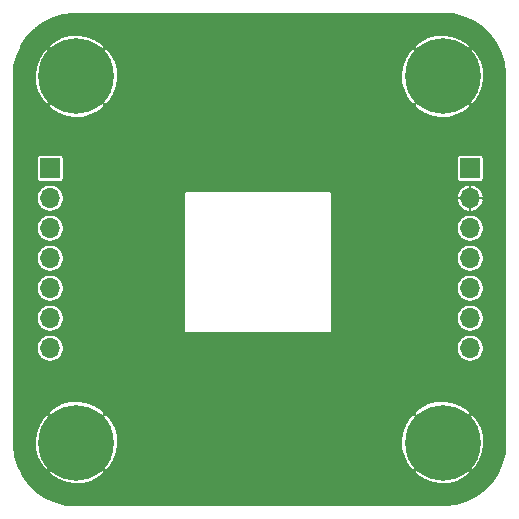
<source format=gbr>
%TF.GenerationSoftware,KiCad,Pcbnew,(5.1.10)-1*%
%TF.CreationDate,2021-11-06T00:44:08+01:00*%
%TF.ProjectId,AS5047D_breakout,41533530-3437-4445-9f62-7265616b6f75,rev?*%
%TF.SameCoordinates,Original*%
%TF.FileFunction,Copper,L2,Bot*%
%TF.FilePolarity,Positive*%
%FSLAX46Y46*%
G04 Gerber Fmt 4.6, Leading zero omitted, Abs format (unit mm)*
G04 Created by KiCad (PCBNEW (5.1.10)-1) date 2021-11-06 00:44:08*
%MOMM*%
%LPD*%
G01*
G04 APERTURE LIST*
%TA.AperFunction,ComponentPad*%
%ADD10O,1.700000X1.700000*%
%TD*%
%TA.AperFunction,ComponentPad*%
%ADD11R,1.700000X1.700000*%
%TD*%
%TA.AperFunction,ComponentPad*%
%ADD12C,6.400000*%
%TD*%
%TA.AperFunction,Conductor*%
%ADD13C,0.200000*%
%TD*%
%TA.AperFunction,Conductor*%
%ADD14C,0.100000*%
%TD*%
G04 APERTURE END LIST*
D10*
%TO.P,J2,7*%
%TO.N,/W_PWM*%
X259080000Y-115570000D03*
%TO.P,J2,6*%
%TO.N,/V*%
X259080000Y-113030000D03*
%TO.P,J2,5*%
%TO.N,/U*%
X259080000Y-110490000D03*
%TO.P,J2,4*%
%TO.N,VCC*%
X259080000Y-107950000D03*
%TO.P,J2,3*%
%TO.N,/VDD3V3*%
X259080000Y-105410000D03*
%TO.P,J2,2*%
%TO.N,GND*%
X259080000Y-102870000D03*
D11*
%TO.P,J2,1*%
%TO.N,/I_PWM*%
X259080000Y-100330000D03*
%TD*%
D10*
%TO.P,J1,7*%
%TO.N,/A*%
X223520000Y-115570000D03*
%TO.P,J1,6*%
%TO.N,/B*%
X223520000Y-113030000D03*
%TO.P,J1,5*%
%TO.N,/TST*%
X223520000Y-110490000D03*
%TO.P,J1,4*%
%TO.N,/MOSI*%
X223520000Y-107950000D03*
%TO.P,J1,3*%
%TO.N,/MISO*%
X223520000Y-105410000D03*
%TO.P,J1,2*%
%TO.N,/CLK*%
X223520000Y-102870000D03*
D11*
%TO.P,J1,1*%
%TO.N,/NCS*%
X223520000Y-100330000D03*
%TD*%
D12*
%TO.P,H4,1*%
%TO.N,GND*%
X225750000Y-123550000D03*
%TD*%
%TO.P,H3,1*%
%TO.N,GND*%
X225750000Y-92550000D03*
%TD*%
%TO.P,H2,1*%
%TO.N,GND*%
X256750000Y-123550000D03*
%TD*%
%TO.P,H1,1*%
%TO.N,GND*%
X256750000Y-92550000D03*
%TD*%
D13*
%TO.N,GND*%
X257647007Y-87302279D02*
X258518368Y-87528441D01*
X259339171Y-87898185D01*
X260085933Y-88400935D01*
X260737316Y-89022324D01*
X261274685Y-89744574D01*
X261682682Y-90547043D01*
X261949640Y-91406790D01*
X262069233Y-92309097D01*
X262075000Y-92553838D01*
X262075001Y-123536228D01*
X261997721Y-124447005D01*
X261771559Y-125318370D01*
X261401815Y-126139171D01*
X260899065Y-126885933D01*
X260277680Y-127537313D01*
X259555426Y-128074685D01*
X258752952Y-128482685D01*
X257893210Y-128749640D01*
X256990904Y-128869233D01*
X256746162Y-128875000D01*
X225763760Y-128875000D01*
X224852995Y-128797721D01*
X223981630Y-128571559D01*
X223160829Y-128201815D01*
X222414067Y-127699065D01*
X221762687Y-127077680D01*
X221225315Y-126355426D01*
X221040888Y-125992686D01*
X223314386Y-125992686D01*
X223680939Y-126406325D01*
X224277937Y-126755096D01*
X224931505Y-126980696D01*
X225616527Y-127074457D01*
X226306679Y-127032775D01*
X226975438Y-126857251D01*
X227597104Y-126554632D01*
X227819061Y-126406325D01*
X228185614Y-125992686D01*
X254314386Y-125992686D01*
X254680939Y-126406325D01*
X255277937Y-126755096D01*
X255931505Y-126980696D01*
X256616527Y-127074457D01*
X257306679Y-127032775D01*
X257975438Y-126857251D01*
X258597104Y-126554632D01*
X258819061Y-126406325D01*
X259185614Y-125992686D01*
X256750000Y-123557071D01*
X254314386Y-125992686D01*
X228185614Y-125992686D01*
X225750000Y-123557071D01*
X223314386Y-125992686D01*
X221040888Y-125992686D01*
X220817315Y-125552952D01*
X220550360Y-124693210D01*
X220430767Y-123790904D01*
X220425000Y-123546162D01*
X220425000Y-123416527D01*
X222225543Y-123416527D01*
X222267225Y-124106679D01*
X222442749Y-124775438D01*
X222745368Y-125397104D01*
X222893675Y-125619061D01*
X223307314Y-125985614D01*
X225742929Y-123550000D01*
X225757071Y-123550000D01*
X228192686Y-125985614D01*
X228606325Y-125619061D01*
X228955096Y-125022063D01*
X229180696Y-124368495D01*
X229274457Y-123683473D01*
X229258335Y-123416527D01*
X253225543Y-123416527D01*
X253267225Y-124106679D01*
X253442749Y-124775438D01*
X253745368Y-125397104D01*
X253893675Y-125619061D01*
X254307314Y-125985614D01*
X256742929Y-123550000D01*
X256757071Y-123550000D01*
X259192686Y-125985614D01*
X259606325Y-125619061D01*
X259955096Y-125022063D01*
X260180696Y-124368495D01*
X260274457Y-123683473D01*
X260232775Y-122993321D01*
X260057251Y-122324562D01*
X259754632Y-121702896D01*
X259606325Y-121480939D01*
X259192686Y-121114386D01*
X256757071Y-123550000D01*
X256742929Y-123550000D01*
X254307314Y-121114386D01*
X253893675Y-121480939D01*
X253544904Y-122077937D01*
X253319304Y-122731505D01*
X253225543Y-123416527D01*
X229258335Y-123416527D01*
X229232775Y-122993321D01*
X229057251Y-122324562D01*
X228754632Y-121702896D01*
X228606325Y-121480939D01*
X228192686Y-121114386D01*
X225757071Y-123550000D01*
X225742929Y-123550000D01*
X223307314Y-121114386D01*
X222893675Y-121480939D01*
X222544904Y-122077937D01*
X222319304Y-122731505D01*
X222225543Y-123416527D01*
X220425000Y-123416527D01*
X220425000Y-121107314D01*
X223314386Y-121107314D01*
X225750000Y-123542929D01*
X228185614Y-121107314D01*
X254314386Y-121107314D01*
X256750000Y-123542929D01*
X259185614Y-121107314D01*
X258819061Y-120693675D01*
X258222063Y-120344904D01*
X257568495Y-120119304D01*
X256883473Y-120025543D01*
X256193321Y-120067225D01*
X255524562Y-120242749D01*
X254902896Y-120545368D01*
X254680939Y-120693675D01*
X254314386Y-121107314D01*
X228185614Y-121107314D01*
X227819061Y-120693675D01*
X227222063Y-120344904D01*
X226568495Y-120119304D01*
X225883473Y-120025543D01*
X225193321Y-120067225D01*
X224524562Y-120242749D01*
X223902896Y-120545368D01*
X223680939Y-120693675D01*
X223314386Y-121107314D01*
X220425000Y-121107314D01*
X220425000Y-115456735D01*
X222370000Y-115456735D01*
X222370000Y-115683265D01*
X222414194Y-115905443D01*
X222500884Y-116114729D01*
X222626737Y-116303082D01*
X222786918Y-116463263D01*
X222975271Y-116589116D01*
X223184557Y-116675806D01*
X223406735Y-116720000D01*
X223633265Y-116720000D01*
X223855443Y-116675806D01*
X224064729Y-116589116D01*
X224253082Y-116463263D01*
X224413263Y-116303082D01*
X224539116Y-116114729D01*
X224625806Y-115905443D01*
X224670000Y-115683265D01*
X224670000Y-115456735D01*
X257930000Y-115456735D01*
X257930000Y-115683265D01*
X257974194Y-115905443D01*
X258060884Y-116114729D01*
X258186737Y-116303082D01*
X258346918Y-116463263D01*
X258535271Y-116589116D01*
X258744557Y-116675806D01*
X258966735Y-116720000D01*
X259193265Y-116720000D01*
X259415443Y-116675806D01*
X259624729Y-116589116D01*
X259813082Y-116463263D01*
X259973263Y-116303082D01*
X260099116Y-116114729D01*
X260185806Y-115905443D01*
X260230000Y-115683265D01*
X260230000Y-115456735D01*
X260185806Y-115234557D01*
X260099116Y-115025271D01*
X259973263Y-114836918D01*
X259813082Y-114676737D01*
X259624729Y-114550884D01*
X259415443Y-114464194D01*
X259193265Y-114420000D01*
X258966735Y-114420000D01*
X258744557Y-114464194D01*
X258535271Y-114550884D01*
X258346918Y-114676737D01*
X258186737Y-114836918D01*
X258060884Y-115025271D01*
X257974194Y-115234557D01*
X257930000Y-115456735D01*
X224670000Y-115456735D01*
X224625806Y-115234557D01*
X224539116Y-115025271D01*
X224413263Y-114836918D01*
X224253082Y-114676737D01*
X224064729Y-114550884D01*
X223855443Y-114464194D01*
X223633265Y-114420000D01*
X223406735Y-114420000D01*
X223184557Y-114464194D01*
X222975271Y-114550884D01*
X222786918Y-114676737D01*
X222626737Y-114836918D01*
X222500884Y-115025271D01*
X222414194Y-115234557D01*
X222370000Y-115456735D01*
X220425000Y-115456735D01*
X220425000Y-112916735D01*
X222370000Y-112916735D01*
X222370000Y-113143265D01*
X222414194Y-113365443D01*
X222500884Y-113574729D01*
X222626737Y-113763082D01*
X222786918Y-113923263D01*
X222975271Y-114049116D01*
X223184557Y-114135806D01*
X223406735Y-114180000D01*
X223633265Y-114180000D01*
X223855443Y-114135806D01*
X224064729Y-114049116D01*
X224253082Y-113923263D01*
X224413263Y-113763082D01*
X224539116Y-113574729D01*
X224625806Y-113365443D01*
X224670000Y-113143265D01*
X224670000Y-112916735D01*
X224625806Y-112694557D01*
X224539116Y-112485271D01*
X224413263Y-112296918D01*
X224253082Y-112136737D01*
X224064729Y-112010884D01*
X223855443Y-111924194D01*
X223633265Y-111880000D01*
X223406735Y-111880000D01*
X223184557Y-111924194D01*
X222975271Y-112010884D01*
X222786918Y-112136737D01*
X222626737Y-112296918D01*
X222500884Y-112485271D01*
X222414194Y-112694557D01*
X222370000Y-112916735D01*
X220425000Y-112916735D01*
X220425000Y-110376735D01*
X222370000Y-110376735D01*
X222370000Y-110603265D01*
X222414194Y-110825443D01*
X222500884Y-111034729D01*
X222626737Y-111223082D01*
X222786918Y-111383263D01*
X222975271Y-111509116D01*
X223184557Y-111595806D01*
X223406735Y-111640000D01*
X223633265Y-111640000D01*
X223855443Y-111595806D01*
X224064729Y-111509116D01*
X224253082Y-111383263D01*
X224413263Y-111223082D01*
X224539116Y-111034729D01*
X224625806Y-110825443D01*
X224670000Y-110603265D01*
X224670000Y-110376735D01*
X224625806Y-110154557D01*
X224539116Y-109945271D01*
X224413263Y-109756918D01*
X224253082Y-109596737D01*
X224064729Y-109470884D01*
X223855443Y-109384194D01*
X223633265Y-109340000D01*
X223406735Y-109340000D01*
X223184557Y-109384194D01*
X222975271Y-109470884D01*
X222786918Y-109596737D01*
X222626737Y-109756918D01*
X222500884Y-109945271D01*
X222414194Y-110154557D01*
X222370000Y-110376735D01*
X220425000Y-110376735D01*
X220425000Y-107836735D01*
X222370000Y-107836735D01*
X222370000Y-108063265D01*
X222414194Y-108285443D01*
X222500884Y-108494729D01*
X222626737Y-108683082D01*
X222786918Y-108843263D01*
X222975271Y-108969116D01*
X223184557Y-109055806D01*
X223406735Y-109100000D01*
X223633265Y-109100000D01*
X223855443Y-109055806D01*
X224064729Y-108969116D01*
X224253082Y-108843263D01*
X224413263Y-108683082D01*
X224539116Y-108494729D01*
X224625806Y-108285443D01*
X224670000Y-108063265D01*
X224670000Y-107836735D01*
X224625806Y-107614557D01*
X224539116Y-107405271D01*
X224413263Y-107216918D01*
X224253082Y-107056737D01*
X224064729Y-106930884D01*
X223855443Y-106844194D01*
X223633265Y-106800000D01*
X223406735Y-106800000D01*
X223184557Y-106844194D01*
X222975271Y-106930884D01*
X222786918Y-107056737D01*
X222626737Y-107216918D01*
X222500884Y-107405271D01*
X222414194Y-107614557D01*
X222370000Y-107836735D01*
X220425000Y-107836735D01*
X220425000Y-105296735D01*
X222370000Y-105296735D01*
X222370000Y-105523265D01*
X222414194Y-105745443D01*
X222500884Y-105954729D01*
X222626737Y-106143082D01*
X222786918Y-106303263D01*
X222975271Y-106429116D01*
X223184557Y-106515806D01*
X223406735Y-106560000D01*
X223633265Y-106560000D01*
X223855443Y-106515806D01*
X224064729Y-106429116D01*
X224253082Y-106303263D01*
X224413263Y-106143082D01*
X224539116Y-105954729D01*
X224625806Y-105745443D01*
X224670000Y-105523265D01*
X224670000Y-105296735D01*
X224625806Y-105074557D01*
X224539116Y-104865271D01*
X224413263Y-104676918D01*
X224253082Y-104516737D01*
X224064729Y-104390884D01*
X223855443Y-104304194D01*
X223633265Y-104260000D01*
X223406735Y-104260000D01*
X223184557Y-104304194D01*
X222975271Y-104390884D01*
X222786918Y-104516737D01*
X222626737Y-104676918D01*
X222500884Y-104865271D01*
X222414194Y-105074557D01*
X222370000Y-105296735D01*
X220425000Y-105296735D01*
X220425000Y-102756735D01*
X222370000Y-102756735D01*
X222370000Y-102983265D01*
X222414194Y-103205443D01*
X222500884Y-103414729D01*
X222626737Y-103603082D01*
X222786918Y-103763263D01*
X222975271Y-103889116D01*
X223184557Y-103975806D01*
X223406735Y-104020000D01*
X223633265Y-104020000D01*
X223855443Y-103975806D01*
X224064729Y-103889116D01*
X224253082Y-103763263D01*
X224413263Y-103603082D01*
X224539116Y-103414729D01*
X224625806Y-103205443D01*
X224670000Y-102983265D01*
X224670000Y-102756735D01*
X224625806Y-102534557D01*
X224549360Y-102350000D01*
X234897665Y-102350000D01*
X234897665Y-114150000D01*
X234899586Y-114169509D01*
X234905277Y-114188268D01*
X234914518Y-114205557D01*
X234926954Y-114220711D01*
X234942108Y-114233147D01*
X234959397Y-114242388D01*
X234978156Y-114248079D01*
X234997665Y-114250000D01*
X247247665Y-114250000D01*
X247267174Y-114248079D01*
X247285933Y-114242388D01*
X247303222Y-114233147D01*
X247318376Y-114220711D01*
X247330812Y-114205557D01*
X247340053Y-114188268D01*
X247345744Y-114169509D01*
X247347665Y-114150000D01*
X247347665Y-112916735D01*
X257930000Y-112916735D01*
X257930000Y-113143265D01*
X257974194Y-113365443D01*
X258060884Y-113574729D01*
X258186737Y-113763082D01*
X258346918Y-113923263D01*
X258535271Y-114049116D01*
X258744557Y-114135806D01*
X258966735Y-114180000D01*
X259193265Y-114180000D01*
X259415443Y-114135806D01*
X259624729Y-114049116D01*
X259813082Y-113923263D01*
X259973263Y-113763082D01*
X260099116Y-113574729D01*
X260185806Y-113365443D01*
X260230000Y-113143265D01*
X260230000Y-112916735D01*
X260185806Y-112694557D01*
X260099116Y-112485271D01*
X259973263Y-112296918D01*
X259813082Y-112136737D01*
X259624729Y-112010884D01*
X259415443Y-111924194D01*
X259193265Y-111880000D01*
X258966735Y-111880000D01*
X258744557Y-111924194D01*
X258535271Y-112010884D01*
X258346918Y-112136737D01*
X258186737Y-112296918D01*
X258060884Y-112485271D01*
X257974194Y-112694557D01*
X257930000Y-112916735D01*
X247347665Y-112916735D01*
X247347665Y-110376735D01*
X257930000Y-110376735D01*
X257930000Y-110603265D01*
X257974194Y-110825443D01*
X258060884Y-111034729D01*
X258186737Y-111223082D01*
X258346918Y-111383263D01*
X258535271Y-111509116D01*
X258744557Y-111595806D01*
X258966735Y-111640000D01*
X259193265Y-111640000D01*
X259415443Y-111595806D01*
X259624729Y-111509116D01*
X259813082Y-111383263D01*
X259973263Y-111223082D01*
X260099116Y-111034729D01*
X260185806Y-110825443D01*
X260230000Y-110603265D01*
X260230000Y-110376735D01*
X260185806Y-110154557D01*
X260099116Y-109945271D01*
X259973263Y-109756918D01*
X259813082Y-109596737D01*
X259624729Y-109470884D01*
X259415443Y-109384194D01*
X259193265Y-109340000D01*
X258966735Y-109340000D01*
X258744557Y-109384194D01*
X258535271Y-109470884D01*
X258346918Y-109596737D01*
X258186737Y-109756918D01*
X258060884Y-109945271D01*
X257974194Y-110154557D01*
X257930000Y-110376735D01*
X247347665Y-110376735D01*
X247347665Y-107836735D01*
X257930000Y-107836735D01*
X257930000Y-108063265D01*
X257974194Y-108285443D01*
X258060884Y-108494729D01*
X258186737Y-108683082D01*
X258346918Y-108843263D01*
X258535271Y-108969116D01*
X258744557Y-109055806D01*
X258966735Y-109100000D01*
X259193265Y-109100000D01*
X259415443Y-109055806D01*
X259624729Y-108969116D01*
X259813082Y-108843263D01*
X259973263Y-108683082D01*
X260099116Y-108494729D01*
X260185806Y-108285443D01*
X260230000Y-108063265D01*
X260230000Y-107836735D01*
X260185806Y-107614557D01*
X260099116Y-107405271D01*
X259973263Y-107216918D01*
X259813082Y-107056737D01*
X259624729Y-106930884D01*
X259415443Y-106844194D01*
X259193265Y-106800000D01*
X258966735Y-106800000D01*
X258744557Y-106844194D01*
X258535271Y-106930884D01*
X258346918Y-107056737D01*
X258186737Y-107216918D01*
X258060884Y-107405271D01*
X257974194Y-107614557D01*
X257930000Y-107836735D01*
X247347665Y-107836735D01*
X247347665Y-105296735D01*
X257930000Y-105296735D01*
X257930000Y-105523265D01*
X257974194Y-105745443D01*
X258060884Y-105954729D01*
X258186737Y-106143082D01*
X258346918Y-106303263D01*
X258535271Y-106429116D01*
X258744557Y-106515806D01*
X258966735Y-106560000D01*
X259193265Y-106560000D01*
X259415443Y-106515806D01*
X259624729Y-106429116D01*
X259813082Y-106303263D01*
X259973263Y-106143082D01*
X260099116Y-105954729D01*
X260185806Y-105745443D01*
X260230000Y-105523265D01*
X260230000Y-105296735D01*
X260185806Y-105074557D01*
X260099116Y-104865271D01*
X259973263Y-104676918D01*
X259813082Y-104516737D01*
X259624729Y-104390884D01*
X259415443Y-104304194D01*
X259193265Y-104260000D01*
X258966735Y-104260000D01*
X258744557Y-104304194D01*
X258535271Y-104390884D01*
X258346918Y-104516737D01*
X258186737Y-104676918D01*
X258060884Y-104865271D01*
X257974194Y-105074557D01*
X257930000Y-105296735D01*
X247347665Y-105296735D01*
X247347665Y-103056401D01*
X257935075Y-103056401D01*
X257950894Y-103135932D01*
X258024470Y-103351100D01*
X258138610Y-103547779D01*
X258288927Y-103718412D01*
X258469644Y-103856441D01*
X258673817Y-103956561D01*
X258893599Y-104014925D01*
X259075000Y-103952489D01*
X259075000Y-102875000D01*
X259085000Y-102875000D01*
X259085000Y-103952489D01*
X259266401Y-104014925D01*
X259486183Y-103956561D01*
X259690356Y-103856441D01*
X259871073Y-103718412D01*
X260021390Y-103547779D01*
X260135530Y-103351100D01*
X260209106Y-103135932D01*
X260224925Y-103056401D01*
X260162488Y-102875000D01*
X259085000Y-102875000D01*
X259075000Y-102875000D01*
X257997512Y-102875000D01*
X257935075Y-103056401D01*
X247347665Y-103056401D01*
X247347665Y-102683599D01*
X257935075Y-102683599D01*
X257997512Y-102865000D01*
X259075000Y-102865000D01*
X259075000Y-101787511D01*
X259085000Y-101787511D01*
X259085000Y-102865000D01*
X260162488Y-102865000D01*
X260224925Y-102683599D01*
X260209106Y-102604068D01*
X260135530Y-102388900D01*
X260021390Y-102192221D01*
X259871073Y-102021588D01*
X259690356Y-101883559D01*
X259486183Y-101783439D01*
X259266401Y-101725075D01*
X259085000Y-101787511D01*
X259075000Y-101787511D01*
X258893599Y-101725075D01*
X258673817Y-101783439D01*
X258469644Y-101883559D01*
X258288927Y-102021588D01*
X258138610Y-102192221D01*
X258024470Y-102388900D01*
X257950894Y-102604068D01*
X257935075Y-102683599D01*
X247347665Y-102683599D01*
X247347665Y-102350000D01*
X247345744Y-102330491D01*
X247340053Y-102311732D01*
X247330812Y-102294443D01*
X247318376Y-102279289D01*
X247303222Y-102266853D01*
X247285933Y-102257612D01*
X247267174Y-102251921D01*
X247247665Y-102250000D01*
X234997665Y-102250000D01*
X234978156Y-102251921D01*
X234959397Y-102257612D01*
X234942108Y-102266853D01*
X234926954Y-102279289D01*
X234914518Y-102294443D01*
X234905277Y-102311732D01*
X234899586Y-102330491D01*
X234897665Y-102350000D01*
X224549360Y-102350000D01*
X224539116Y-102325271D01*
X224413263Y-102136918D01*
X224253082Y-101976737D01*
X224064729Y-101850884D01*
X223855443Y-101764194D01*
X223633265Y-101720000D01*
X223406735Y-101720000D01*
X223184557Y-101764194D01*
X222975271Y-101850884D01*
X222786918Y-101976737D01*
X222626737Y-102136918D01*
X222500884Y-102325271D01*
X222414194Y-102534557D01*
X222370000Y-102756735D01*
X220425000Y-102756735D01*
X220425000Y-99480000D01*
X222368549Y-99480000D01*
X222368549Y-101180000D01*
X222374341Y-101238810D01*
X222391496Y-101295360D01*
X222419353Y-101347477D01*
X222456842Y-101393158D01*
X222502523Y-101430647D01*
X222554640Y-101458504D01*
X222611190Y-101475659D01*
X222670000Y-101481451D01*
X224370000Y-101481451D01*
X224428810Y-101475659D01*
X224485360Y-101458504D01*
X224537477Y-101430647D01*
X224583158Y-101393158D01*
X224620647Y-101347477D01*
X224648504Y-101295360D01*
X224665659Y-101238810D01*
X224671451Y-101180000D01*
X224671451Y-99480000D01*
X257928549Y-99480000D01*
X257928549Y-101180000D01*
X257934341Y-101238810D01*
X257951496Y-101295360D01*
X257979353Y-101347477D01*
X258016842Y-101393158D01*
X258062523Y-101430647D01*
X258114640Y-101458504D01*
X258171190Y-101475659D01*
X258230000Y-101481451D01*
X259930000Y-101481451D01*
X259988810Y-101475659D01*
X260045360Y-101458504D01*
X260097477Y-101430647D01*
X260143158Y-101393158D01*
X260180647Y-101347477D01*
X260208504Y-101295360D01*
X260225659Y-101238810D01*
X260231451Y-101180000D01*
X260231451Y-99480000D01*
X260225659Y-99421190D01*
X260208504Y-99364640D01*
X260180647Y-99312523D01*
X260143158Y-99266842D01*
X260097477Y-99229353D01*
X260045360Y-99201496D01*
X259988810Y-99184341D01*
X259930000Y-99178549D01*
X258230000Y-99178549D01*
X258171190Y-99184341D01*
X258114640Y-99201496D01*
X258062523Y-99229353D01*
X258016842Y-99266842D01*
X257979353Y-99312523D01*
X257951496Y-99364640D01*
X257934341Y-99421190D01*
X257928549Y-99480000D01*
X224671451Y-99480000D01*
X224665659Y-99421190D01*
X224648504Y-99364640D01*
X224620647Y-99312523D01*
X224583158Y-99266842D01*
X224537477Y-99229353D01*
X224485360Y-99201496D01*
X224428810Y-99184341D01*
X224370000Y-99178549D01*
X222670000Y-99178549D01*
X222611190Y-99184341D01*
X222554640Y-99201496D01*
X222502523Y-99229353D01*
X222456842Y-99266842D01*
X222419353Y-99312523D01*
X222391496Y-99364640D01*
X222374341Y-99421190D01*
X222368549Y-99480000D01*
X220425000Y-99480000D01*
X220425000Y-94992686D01*
X223314386Y-94992686D01*
X223680939Y-95406325D01*
X224277937Y-95755096D01*
X224931505Y-95980696D01*
X225616527Y-96074457D01*
X226306679Y-96032775D01*
X226975438Y-95857251D01*
X227597104Y-95554632D01*
X227819061Y-95406325D01*
X228185614Y-94992686D01*
X254314386Y-94992686D01*
X254680939Y-95406325D01*
X255277937Y-95755096D01*
X255931505Y-95980696D01*
X256616527Y-96074457D01*
X257306679Y-96032775D01*
X257975438Y-95857251D01*
X258597104Y-95554632D01*
X258819061Y-95406325D01*
X259185614Y-94992686D01*
X256750000Y-92557071D01*
X254314386Y-94992686D01*
X228185614Y-94992686D01*
X225750000Y-92557071D01*
X223314386Y-94992686D01*
X220425000Y-94992686D01*
X220425000Y-92563760D01*
X220437492Y-92416527D01*
X222225543Y-92416527D01*
X222267225Y-93106679D01*
X222442749Y-93775438D01*
X222745368Y-94397104D01*
X222893675Y-94619061D01*
X223307314Y-94985614D01*
X225742929Y-92550000D01*
X225757071Y-92550000D01*
X228192686Y-94985614D01*
X228606325Y-94619061D01*
X228955096Y-94022063D01*
X229180696Y-93368495D01*
X229274457Y-92683473D01*
X229258335Y-92416527D01*
X253225543Y-92416527D01*
X253267225Y-93106679D01*
X253442749Y-93775438D01*
X253745368Y-94397104D01*
X253893675Y-94619061D01*
X254307314Y-94985614D01*
X256742929Y-92550000D01*
X256757071Y-92550000D01*
X259192686Y-94985614D01*
X259606325Y-94619061D01*
X259955096Y-94022063D01*
X260180696Y-93368495D01*
X260274457Y-92683473D01*
X260232775Y-91993321D01*
X260057251Y-91324562D01*
X259754632Y-90702896D01*
X259606325Y-90480939D01*
X259192686Y-90114386D01*
X256757071Y-92550000D01*
X256742929Y-92550000D01*
X254307314Y-90114386D01*
X253893675Y-90480939D01*
X253544904Y-91077937D01*
X253319304Y-91731505D01*
X253225543Y-92416527D01*
X229258335Y-92416527D01*
X229232775Y-91993321D01*
X229057251Y-91324562D01*
X228754632Y-90702896D01*
X228606325Y-90480939D01*
X228192686Y-90114386D01*
X225757071Y-92550000D01*
X225742929Y-92550000D01*
X223307314Y-90114386D01*
X222893675Y-90480939D01*
X222544904Y-91077937D01*
X222319304Y-91731505D01*
X222225543Y-92416527D01*
X220437492Y-92416527D01*
X220502279Y-91652993D01*
X220728441Y-90781632D01*
X221032198Y-90107314D01*
X223314386Y-90107314D01*
X225750000Y-92542929D01*
X228185614Y-90107314D01*
X254314386Y-90107314D01*
X256750000Y-92542929D01*
X259185614Y-90107314D01*
X258819061Y-89693675D01*
X258222063Y-89344904D01*
X257568495Y-89119304D01*
X256883473Y-89025543D01*
X256193321Y-89067225D01*
X255524562Y-89242749D01*
X254902896Y-89545368D01*
X254680939Y-89693675D01*
X254314386Y-90107314D01*
X228185614Y-90107314D01*
X227819061Y-89693675D01*
X227222063Y-89344904D01*
X226568495Y-89119304D01*
X225883473Y-89025543D01*
X225193321Y-89067225D01*
X224524562Y-89242749D01*
X223902896Y-89545368D01*
X223680939Y-89693675D01*
X223314386Y-90107314D01*
X221032198Y-90107314D01*
X221098185Y-89960829D01*
X221600935Y-89214067D01*
X222222324Y-88562684D01*
X222944574Y-88025315D01*
X223747043Y-87617318D01*
X224606790Y-87350360D01*
X225509097Y-87230767D01*
X225753838Y-87225000D01*
X256736240Y-87225000D01*
X257647007Y-87302279D01*
%TA.AperFunction,Conductor*%
D14*
G36*
X257647007Y-87302279D02*
G01*
X258518368Y-87528441D01*
X259339171Y-87898185D01*
X260085933Y-88400935D01*
X260737316Y-89022324D01*
X261274685Y-89744574D01*
X261682682Y-90547043D01*
X261949640Y-91406790D01*
X262069233Y-92309097D01*
X262075000Y-92553838D01*
X262075001Y-123536228D01*
X261997721Y-124447005D01*
X261771559Y-125318370D01*
X261401815Y-126139171D01*
X260899065Y-126885933D01*
X260277680Y-127537313D01*
X259555426Y-128074685D01*
X258752952Y-128482685D01*
X257893210Y-128749640D01*
X256990904Y-128869233D01*
X256746162Y-128875000D01*
X225763760Y-128875000D01*
X224852995Y-128797721D01*
X223981630Y-128571559D01*
X223160829Y-128201815D01*
X222414067Y-127699065D01*
X221762687Y-127077680D01*
X221225315Y-126355426D01*
X221040888Y-125992686D01*
X223314386Y-125992686D01*
X223680939Y-126406325D01*
X224277937Y-126755096D01*
X224931505Y-126980696D01*
X225616527Y-127074457D01*
X226306679Y-127032775D01*
X226975438Y-126857251D01*
X227597104Y-126554632D01*
X227819061Y-126406325D01*
X228185614Y-125992686D01*
X254314386Y-125992686D01*
X254680939Y-126406325D01*
X255277937Y-126755096D01*
X255931505Y-126980696D01*
X256616527Y-127074457D01*
X257306679Y-127032775D01*
X257975438Y-126857251D01*
X258597104Y-126554632D01*
X258819061Y-126406325D01*
X259185614Y-125992686D01*
X256750000Y-123557071D01*
X254314386Y-125992686D01*
X228185614Y-125992686D01*
X225750000Y-123557071D01*
X223314386Y-125992686D01*
X221040888Y-125992686D01*
X220817315Y-125552952D01*
X220550360Y-124693210D01*
X220430767Y-123790904D01*
X220425000Y-123546162D01*
X220425000Y-123416527D01*
X222225543Y-123416527D01*
X222267225Y-124106679D01*
X222442749Y-124775438D01*
X222745368Y-125397104D01*
X222893675Y-125619061D01*
X223307314Y-125985614D01*
X225742929Y-123550000D01*
X225757071Y-123550000D01*
X228192686Y-125985614D01*
X228606325Y-125619061D01*
X228955096Y-125022063D01*
X229180696Y-124368495D01*
X229274457Y-123683473D01*
X229258335Y-123416527D01*
X253225543Y-123416527D01*
X253267225Y-124106679D01*
X253442749Y-124775438D01*
X253745368Y-125397104D01*
X253893675Y-125619061D01*
X254307314Y-125985614D01*
X256742929Y-123550000D01*
X256757071Y-123550000D01*
X259192686Y-125985614D01*
X259606325Y-125619061D01*
X259955096Y-125022063D01*
X260180696Y-124368495D01*
X260274457Y-123683473D01*
X260232775Y-122993321D01*
X260057251Y-122324562D01*
X259754632Y-121702896D01*
X259606325Y-121480939D01*
X259192686Y-121114386D01*
X256757071Y-123550000D01*
X256742929Y-123550000D01*
X254307314Y-121114386D01*
X253893675Y-121480939D01*
X253544904Y-122077937D01*
X253319304Y-122731505D01*
X253225543Y-123416527D01*
X229258335Y-123416527D01*
X229232775Y-122993321D01*
X229057251Y-122324562D01*
X228754632Y-121702896D01*
X228606325Y-121480939D01*
X228192686Y-121114386D01*
X225757071Y-123550000D01*
X225742929Y-123550000D01*
X223307314Y-121114386D01*
X222893675Y-121480939D01*
X222544904Y-122077937D01*
X222319304Y-122731505D01*
X222225543Y-123416527D01*
X220425000Y-123416527D01*
X220425000Y-121107314D01*
X223314386Y-121107314D01*
X225750000Y-123542929D01*
X228185614Y-121107314D01*
X254314386Y-121107314D01*
X256750000Y-123542929D01*
X259185614Y-121107314D01*
X258819061Y-120693675D01*
X258222063Y-120344904D01*
X257568495Y-120119304D01*
X256883473Y-120025543D01*
X256193321Y-120067225D01*
X255524562Y-120242749D01*
X254902896Y-120545368D01*
X254680939Y-120693675D01*
X254314386Y-121107314D01*
X228185614Y-121107314D01*
X227819061Y-120693675D01*
X227222063Y-120344904D01*
X226568495Y-120119304D01*
X225883473Y-120025543D01*
X225193321Y-120067225D01*
X224524562Y-120242749D01*
X223902896Y-120545368D01*
X223680939Y-120693675D01*
X223314386Y-121107314D01*
X220425000Y-121107314D01*
X220425000Y-115456735D01*
X222370000Y-115456735D01*
X222370000Y-115683265D01*
X222414194Y-115905443D01*
X222500884Y-116114729D01*
X222626737Y-116303082D01*
X222786918Y-116463263D01*
X222975271Y-116589116D01*
X223184557Y-116675806D01*
X223406735Y-116720000D01*
X223633265Y-116720000D01*
X223855443Y-116675806D01*
X224064729Y-116589116D01*
X224253082Y-116463263D01*
X224413263Y-116303082D01*
X224539116Y-116114729D01*
X224625806Y-115905443D01*
X224670000Y-115683265D01*
X224670000Y-115456735D01*
X257930000Y-115456735D01*
X257930000Y-115683265D01*
X257974194Y-115905443D01*
X258060884Y-116114729D01*
X258186737Y-116303082D01*
X258346918Y-116463263D01*
X258535271Y-116589116D01*
X258744557Y-116675806D01*
X258966735Y-116720000D01*
X259193265Y-116720000D01*
X259415443Y-116675806D01*
X259624729Y-116589116D01*
X259813082Y-116463263D01*
X259973263Y-116303082D01*
X260099116Y-116114729D01*
X260185806Y-115905443D01*
X260230000Y-115683265D01*
X260230000Y-115456735D01*
X260185806Y-115234557D01*
X260099116Y-115025271D01*
X259973263Y-114836918D01*
X259813082Y-114676737D01*
X259624729Y-114550884D01*
X259415443Y-114464194D01*
X259193265Y-114420000D01*
X258966735Y-114420000D01*
X258744557Y-114464194D01*
X258535271Y-114550884D01*
X258346918Y-114676737D01*
X258186737Y-114836918D01*
X258060884Y-115025271D01*
X257974194Y-115234557D01*
X257930000Y-115456735D01*
X224670000Y-115456735D01*
X224625806Y-115234557D01*
X224539116Y-115025271D01*
X224413263Y-114836918D01*
X224253082Y-114676737D01*
X224064729Y-114550884D01*
X223855443Y-114464194D01*
X223633265Y-114420000D01*
X223406735Y-114420000D01*
X223184557Y-114464194D01*
X222975271Y-114550884D01*
X222786918Y-114676737D01*
X222626737Y-114836918D01*
X222500884Y-115025271D01*
X222414194Y-115234557D01*
X222370000Y-115456735D01*
X220425000Y-115456735D01*
X220425000Y-112916735D01*
X222370000Y-112916735D01*
X222370000Y-113143265D01*
X222414194Y-113365443D01*
X222500884Y-113574729D01*
X222626737Y-113763082D01*
X222786918Y-113923263D01*
X222975271Y-114049116D01*
X223184557Y-114135806D01*
X223406735Y-114180000D01*
X223633265Y-114180000D01*
X223855443Y-114135806D01*
X224064729Y-114049116D01*
X224253082Y-113923263D01*
X224413263Y-113763082D01*
X224539116Y-113574729D01*
X224625806Y-113365443D01*
X224670000Y-113143265D01*
X224670000Y-112916735D01*
X224625806Y-112694557D01*
X224539116Y-112485271D01*
X224413263Y-112296918D01*
X224253082Y-112136737D01*
X224064729Y-112010884D01*
X223855443Y-111924194D01*
X223633265Y-111880000D01*
X223406735Y-111880000D01*
X223184557Y-111924194D01*
X222975271Y-112010884D01*
X222786918Y-112136737D01*
X222626737Y-112296918D01*
X222500884Y-112485271D01*
X222414194Y-112694557D01*
X222370000Y-112916735D01*
X220425000Y-112916735D01*
X220425000Y-110376735D01*
X222370000Y-110376735D01*
X222370000Y-110603265D01*
X222414194Y-110825443D01*
X222500884Y-111034729D01*
X222626737Y-111223082D01*
X222786918Y-111383263D01*
X222975271Y-111509116D01*
X223184557Y-111595806D01*
X223406735Y-111640000D01*
X223633265Y-111640000D01*
X223855443Y-111595806D01*
X224064729Y-111509116D01*
X224253082Y-111383263D01*
X224413263Y-111223082D01*
X224539116Y-111034729D01*
X224625806Y-110825443D01*
X224670000Y-110603265D01*
X224670000Y-110376735D01*
X224625806Y-110154557D01*
X224539116Y-109945271D01*
X224413263Y-109756918D01*
X224253082Y-109596737D01*
X224064729Y-109470884D01*
X223855443Y-109384194D01*
X223633265Y-109340000D01*
X223406735Y-109340000D01*
X223184557Y-109384194D01*
X222975271Y-109470884D01*
X222786918Y-109596737D01*
X222626737Y-109756918D01*
X222500884Y-109945271D01*
X222414194Y-110154557D01*
X222370000Y-110376735D01*
X220425000Y-110376735D01*
X220425000Y-107836735D01*
X222370000Y-107836735D01*
X222370000Y-108063265D01*
X222414194Y-108285443D01*
X222500884Y-108494729D01*
X222626737Y-108683082D01*
X222786918Y-108843263D01*
X222975271Y-108969116D01*
X223184557Y-109055806D01*
X223406735Y-109100000D01*
X223633265Y-109100000D01*
X223855443Y-109055806D01*
X224064729Y-108969116D01*
X224253082Y-108843263D01*
X224413263Y-108683082D01*
X224539116Y-108494729D01*
X224625806Y-108285443D01*
X224670000Y-108063265D01*
X224670000Y-107836735D01*
X224625806Y-107614557D01*
X224539116Y-107405271D01*
X224413263Y-107216918D01*
X224253082Y-107056737D01*
X224064729Y-106930884D01*
X223855443Y-106844194D01*
X223633265Y-106800000D01*
X223406735Y-106800000D01*
X223184557Y-106844194D01*
X222975271Y-106930884D01*
X222786918Y-107056737D01*
X222626737Y-107216918D01*
X222500884Y-107405271D01*
X222414194Y-107614557D01*
X222370000Y-107836735D01*
X220425000Y-107836735D01*
X220425000Y-105296735D01*
X222370000Y-105296735D01*
X222370000Y-105523265D01*
X222414194Y-105745443D01*
X222500884Y-105954729D01*
X222626737Y-106143082D01*
X222786918Y-106303263D01*
X222975271Y-106429116D01*
X223184557Y-106515806D01*
X223406735Y-106560000D01*
X223633265Y-106560000D01*
X223855443Y-106515806D01*
X224064729Y-106429116D01*
X224253082Y-106303263D01*
X224413263Y-106143082D01*
X224539116Y-105954729D01*
X224625806Y-105745443D01*
X224670000Y-105523265D01*
X224670000Y-105296735D01*
X224625806Y-105074557D01*
X224539116Y-104865271D01*
X224413263Y-104676918D01*
X224253082Y-104516737D01*
X224064729Y-104390884D01*
X223855443Y-104304194D01*
X223633265Y-104260000D01*
X223406735Y-104260000D01*
X223184557Y-104304194D01*
X222975271Y-104390884D01*
X222786918Y-104516737D01*
X222626737Y-104676918D01*
X222500884Y-104865271D01*
X222414194Y-105074557D01*
X222370000Y-105296735D01*
X220425000Y-105296735D01*
X220425000Y-102756735D01*
X222370000Y-102756735D01*
X222370000Y-102983265D01*
X222414194Y-103205443D01*
X222500884Y-103414729D01*
X222626737Y-103603082D01*
X222786918Y-103763263D01*
X222975271Y-103889116D01*
X223184557Y-103975806D01*
X223406735Y-104020000D01*
X223633265Y-104020000D01*
X223855443Y-103975806D01*
X224064729Y-103889116D01*
X224253082Y-103763263D01*
X224413263Y-103603082D01*
X224539116Y-103414729D01*
X224625806Y-103205443D01*
X224670000Y-102983265D01*
X224670000Y-102756735D01*
X224625806Y-102534557D01*
X224549360Y-102350000D01*
X234897665Y-102350000D01*
X234897665Y-114150000D01*
X234899586Y-114169509D01*
X234905277Y-114188268D01*
X234914518Y-114205557D01*
X234926954Y-114220711D01*
X234942108Y-114233147D01*
X234959397Y-114242388D01*
X234978156Y-114248079D01*
X234997665Y-114250000D01*
X247247665Y-114250000D01*
X247267174Y-114248079D01*
X247285933Y-114242388D01*
X247303222Y-114233147D01*
X247318376Y-114220711D01*
X247330812Y-114205557D01*
X247340053Y-114188268D01*
X247345744Y-114169509D01*
X247347665Y-114150000D01*
X247347665Y-112916735D01*
X257930000Y-112916735D01*
X257930000Y-113143265D01*
X257974194Y-113365443D01*
X258060884Y-113574729D01*
X258186737Y-113763082D01*
X258346918Y-113923263D01*
X258535271Y-114049116D01*
X258744557Y-114135806D01*
X258966735Y-114180000D01*
X259193265Y-114180000D01*
X259415443Y-114135806D01*
X259624729Y-114049116D01*
X259813082Y-113923263D01*
X259973263Y-113763082D01*
X260099116Y-113574729D01*
X260185806Y-113365443D01*
X260230000Y-113143265D01*
X260230000Y-112916735D01*
X260185806Y-112694557D01*
X260099116Y-112485271D01*
X259973263Y-112296918D01*
X259813082Y-112136737D01*
X259624729Y-112010884D01*
X259415443Y-111924194D01*
X259193265Y-111880000D01*
X258966735Y-111880000D01*
X258744557Y-111924194D01*
X258535271Y-112010884D01*
X258346918Y-112136737D01*
X258186737Y-112296918D01*
X258060884Y-112485271D01*
X257974194Y-112694557D01*
X257930000Y-112916735D01*
X247347665Y-112916735D01*
X247347665Y-110376735D01*
X257930000Y-110376735D01*
X257930000Y-110603265D01*
X257974194Y-110825443D01*
X258060884Y-111034729D01*
X258186737Y-111223082D01*
X258346918Y-111383263D01*
X258535271Y-111509116D01*
X258744557Y-111595806D01*
X258966735Y-111640000D01*
X259193265Y-111640000D01*
X259415443Y-111595806D01*
X259624729Y-111509116D01*
X259813082Y-111383263D01*
X259973263Y-111223082D01*
X260099116Y-111034729D01*
X260185806Y-110825443D01*
X260230000Y-110603265D01*
X260230000Y-110376735D01*
X260185806Y-110154557D01*
X260099116Y-109945271D01*
X259973263Y-109756918D01*
X259813082Y-109596737D01*
X259624729Y-109470884D01*
X259415443Y-109384194D01*
X259193265Y-109340000D01*
X258966735Y-109340000D01*
X258744557Y-109384194D01*
X258535271Y-109470884D01*
X258346918Y-109596737D01*
X258186737Y-109756918D01*
X258060884Y-109945271D01*
X257974194Y-110154557D01*
X257930000Y-110376735D01*
X247347665Y-110376735D01*
X247347665Y-107836735D01*
X257930000Y-107836735D01*
X257930000Y-108063265D01*
X257974194Y-108285443D01*
X258060884Y-108494729D01*
X258186737Y-108683082D01*
X258346918Y-108843263D01*
X258535271Y-108969116D01*
X258744557Y-109055806D01*
X258966735Y-109100000D01*
X259193265Y-109100000D01*
X259415443Y-109055806D01*
X259624729Y-108969116D01*
X259813082Y-108843263D01*
X259973263Y-108683082D01*
X260099116Y-108494729D01*
X260185806Y-108285443D01*
X260230000Y-108063265D01*
X260230000Y-107836735D01*
X260185806Y-107614557D01*
X260099116Y-107405271D01*
X259973263Y-107216918D01*
X259813082Y-107056737D01*
X259624729Y-106930884D01*
X259415443Y-106844194D01*
X259193265Y-106800000D01*
X258966735Y-106800000D01*
X258744557Y-106844194D01*
X258535271Y-106930884D01*
X258346918Y-107056737D01*
X258186737Y-107216918D01*
X258060884Y-107405271D01*
X257974194Y-107614557D01*
X257930000Y-107836735D01*
X247347665Y-107836735D01*
X247347665Y-105296735D01*
X257930000Y-105296735D01*
X257930000Y-105523265D01*
X257974194Y-105745443D01*
X258060884Y-105954729D01*
X258186737Y-106143082D01*
X258346918Y-106303263D01*
X258535271Y-106429116D01*
X258744557Y-106515806D01*
X258966735Y-106560000D01*
X259193265Y-106560000D01*
X259415443Y-106515806D01*
X259624729Y-106429116D01*
X259813082Y-106303263D01*
X259973263Y-106143082D01*
X260099116Y-105954729D01*
X260185806Y-105745443D01*
X260230000Y-105523265D01*
X260230000Y-105296735D01*
X260185806Y-105074557D01*
X260099116Y-104865271D01*
X259973263Y-104676918D01*
X259813082Y-104516737D01*
X259624729Y-104390884D01*
X259415443Y-104304194D01*
X259193265Y-104260000D01*
X258966735Y-104260000D01*
X258744557Y-104304194D01*
X258535271Y-104390884D01*
X258346918Y-104516737D01*
X258186737Y-104676918D01*
X258060884Y-104865271D01*
X257974194Y-105074557D01*
X257930000Y-105296735D01*
X247347665Y-105296735D01*
X247347665Y-103056401D01*
X257935075Y-103056401D01*
X257950894Y-103135932D01*
X258024470Y-103351100D01*
X258138610Y-103547779D01*
X258288927Y-103718412D01*
X258469644Y-103856441D01*
X258673817Y-103956561D01*
X258893599Y-104014925D01*
X259075000Y-103952489D01*
X259075000Y-102875000D01*
X259085000Y-102875000D01*
X259085000Y-103952489D01*
X259266401Y-104014925D01*
X259486183Y-103956561D01*
X259690356Y-103856441D01*
X259871073Y-103718412D01*
X260021390Y-103547779D01*
X260135530Y-103351100D01*
X260209106Y-103135932D01*
X260224925Y-103056401D01*
X260162488Y-102875000D01*
X259085000Y-102875000D01*
X259075000Y-102875000D01*
X257997512Y-102875000D01*
X257935075Y-103056401D01*
X247347665Y-103056401D01*
X247347665Y-102683599D01*
X257935075Y-102683599D01*
X257997512Y-102865000D01*
X259075000Y-102865000D01*
X259075000Y-101787511D01*
X259085000Y-101787511D01*
X259085000Y-102865000D01*
X260162488Y-102865000D01*
X260224925Y-102683599D01*
X260209106Y-102604068D01*
X260135530Y-102388900D01*
X260021390Y-102192221D01*
X259871073Y-102021588D01*
X259690356Y-101883559D01*
X259486183Y-101783439D01*
X259266401Y-101725075D01*
X259085000Y-101787511D01*
X259075000Y-101787511D01*
X258893599Y-101725075D01*
X258673817Y-101783439D01*
X258469644Y-101883559D01*
X258288927Y-102021588D01*
X258138610Y-102192221D01*
X258024470Y-102388900D01*
X257950894Y-102604068D01*
X257935075Y-102683599D01*
X247347665Y-102683599D01*
X247347665Y-102350000D01*
X247345744Y-102330491D01*
X247340053Y-102311732D01*
X247330812Y-102294443D01*
X247318376Y-102279289D01*
X247303222Y-102266853D01*
X247285933Y-102257612D01*
X247267174Y-102251921D01*
X247247665Y-102250000D01*
X234997665Y-102250000D01*
X234978156Y-102251921D01*
X234959397Y-102257612D01*
X234942108Y-102266853D01*
X234926954Y-102279289D01*
X234914518Y-102294443D01*
X234905277Y-102311732D01*
X234899586Y-102330491D01*
X234897665Y-102350000D01*
X224549360Y-102350000D01*
X224539116Y-102325271D01*
X224413263Y-102136918D01*
X224253082Y-101976737D01*
X224064729Y-101850884D01*
X223855443Y-101764194D01*
X223633265Y-101720000D01*
X223406735Y-101720000D01*
X223184557Y-101764194D01*
X222975271Y-101850884D01*
X222786918Y-101976737D01*
X222626737Y-102136918D01*
X222500884Y-102325271D01*
X222414194Y-102534557D01*
X222370000Y-102756735D01*
X220425000Y-102756735D01*
X220425000Y-99480000D01*
X222368549Y-99480000D01*
X222368549Y-101180000D01*
X222374341Y-101238810D01*
X222391496Y-101295360D01*
X222419353Y-101347477D01*
X222456842Y-101393158D01*
X222502523Y-101430647D01*
X222554640Y-101458504D01*
X222611190Y-101475659D01*
X222670000Y-101481451D01*
X224370000Y-101481451D01*
X224428810Y-101475659D01*
X224485360Y-101458504D01*
X224537477Y-101430647D01*
X224583158Y-101393158D01*
X224620647Y-101347477D01*
X224648504Y-101295360D01*
X224665659Y-101238810D01*
X224671451Y-101180000D01*
X224671451Y-99480000D01*
X257928549Y-99480000D01*
X257928549Y-101180000D01*
X257934341Y-101238810D01*
X257951496Y-101295360D01*
X257979353Y-101347477D01*
X258016842Y-101393158D01*
X258062523Y-101430647D01*
X258114640Y-101458504D01*
X258171190Y-101475659D01*
X258230000Y-101481451D01*
X259930000Y-101481451D01*
X259988810Y-101475659D01*
X260045360Y-101458504D01*
X260097477Y-101430647D01*
X260143158Y-101393158D01*
X260180647Y-101347477D01*
X260208504Y-101295360D01*
X260225659Y-101238810D01*
X260231451Y-101180000D01*
X260231451Y-99480000D01*
X260225659Y-99421190D01*
X260208504Y-99364640D01*
X260180647Y-99312523D01*
X260143158Y-99266842D01*
X260097477Y-99229353D01*
X260045360Y-99201496D01*
X259988810Y-99184341D01*
X259930000Y-99178549D01*
X258230000Y-99178549D01*
X258171190Y-99184341D01*
X258114640Y-99201496D01*
X258062523Y-99229353D01*
X258016842Y-99266842D01*
X257979353Y-99312523D01*
X257951496Y-99364640D01*
X257934341Y-99421190D01*
X257928549Y-99480000D01*
X224671451Y-99480000D01*
X224665659Y-99421190D01*
X224648504Y-99364640D01*
X224620647Y-99312523D01*
X224583158Y-99266842D01*
X224537477Y-99229353D01*
X224485360Y-99201496D01*
X224428810Y-99184341D01*
X224370000Y-99178549D01*
X222670000Y-99178549D01*
X222611190Y-99184341D01*
X222554640Y-99201496D01*
X222502523Y-99229353D01*
X222456842Y-99266842D01*
X222419353Y-99312523D01*
X222391496Y-99364640D01*
X222374341Y-99421190D01*
X222368549Y-99480000D01*
X220425000Y-99480000D01*
X220425000Y-94992686D01*
X223314386Y-94992686D01*
X223680939Y-95406325D01*
X224277937Y-95755096D01*
X224931505Y-95980696D01*
X225616527Y-96074457D01*
X226306679Y-96032775D01*
X226975438Y-95857251D01*
X227597104Y-95554632D01*
X227819061Y-95406325D01*
X228185614Y-94992686D01*
X254314386Y-94992686D01*
X254680939Y-95406325D01*
X255277937Y-95755096D01*
X255931505Y-95980696D01*
X256616527Y-96074457D01*
X257306679Y-96032775D01*
X257975438Y-95857251D01*
X258597104Y-95554632D01*
X258819061Y-95406325D01*
X259185614Y-94992686D01*
X256750000Y-92557071D01*
X254314386Y-94992686D01*
X228185614Y-94992686D01*
X225750000Y-92557071D01*
X223314386Y-94992686D01*
X220425000Y-94992686D01*
X220425000Y-92563760D01*
X220437492Y-92416527D01*
X222225543Y-92416527D01*
X222267225Y-93106679D01*
X222442749Y-93775438D01*
X222745368Y-94397104D01*
X222893675Y-94619061D01*
X223307314Y-94985614D01*
X225742929Y-92550000D01*
X225757071Y-92550000D01*
X228192686Y-94985614D01*
X228606325Y-94619061D01*
X228955096Y-94022063D01*
X229180696Y-93368495D01*
X229274457Y-92683473D01*
X229258335Y-92416527D01*
X253225543Y-92416527D01*
X253267225Y-93106679D01*
X253442749Y-93775438D01*
X253745368Y-94397104D01*
X253893675Y-94619061D01*
X254307314Y-94985614D01*
X256742929Y-92550000D01*
X256757071Y-92550000D01*
X259192686Y-94985614D01*
X259606325Y-94619061D01*
X259955096Y-94022063D01*
X260180696Y-93368495D01*
X260274457Y-92683473D01*
X260232775Y-91993321D01*
X260057251Y-91324562D01*
X259754632Y-90702896D01*
X259606325Y-90480939D01*
X259192686Y-90114386D01*
X256757071Y-92550000D01*
X256742929Y-92550000D01*
X254307314Y-90114386D01*
X253893675Y-90480939D01*
X253544904Y-91077937D01*
X253319304Y-91731505D01*
X253225543Y-92416527D01*
X229258335Y-92416527D01*
X229232775Y-91993321D01*
X229057251Y-91324562D01*
X228754632Y-90702896D01*
X228606325Y-90480939D01*
X228192686Y-90114386D01*
X225757071Y-92550000D01*
X225742929Y-92550000D01*
X223307314Y-90114386D01*
X222893675Y-90480939D01*
X222544904Y-91077937D01*
X222319304Y-91731505D01*
X222225543Y-92416527D01*
X220437492Y-92416527D01*
X220502279Y-91652993D01*
X220728441Y-90781632D01*
X221032198Y-90107314D01*
X223314386Y-90107314D01*
X225750000Y-92542929D01*
X228185614Y-90107314D01*
X254314386Y-90107314D01*
X256750000Y-92542929D01*
X259185614Y-90107314D01*
X258819061Y-89693675D01*
X258222063Y-89344904D01*
X257568495Y-89119304D01*
X256883473Y-89025543D01*
X256193321Y-89067225D01*
X255524562Y-89242749D01*
X254902896Y-89545368D01*
X254680939Y-89693675D01*
X254314386Y-90107314D01*
X228185614Y-90107314D01*
X227819061Y-89693675D01*
X227222063Y-89344904D01*
X226568495Y-89119304D01*
X225883473Y-89025543D01*
X225193321Y-89067225D01*
X224524562Y-89242749D01*
X223902896Y-89545368D01*
X223680939Y-89693675D01*
X223314386Y-90107314D01*
X221032198Y-90107314D01*
X221098185Y-89960829D01*
X221600935Y-89214067D01*
X222222324Y-88562684D01*
X222944574Y-88025315D01*
X223747043Y-87617318D01*
X224606790Y-87350360D01*
X225509097Y-87230767D01*
X225753838Y-87225000D01*
X256736240Y-87225000D01*
X257647007Y-87302279D01*
G37*
%TD.AperFunction*%
%TD*%
M02*

</source>
